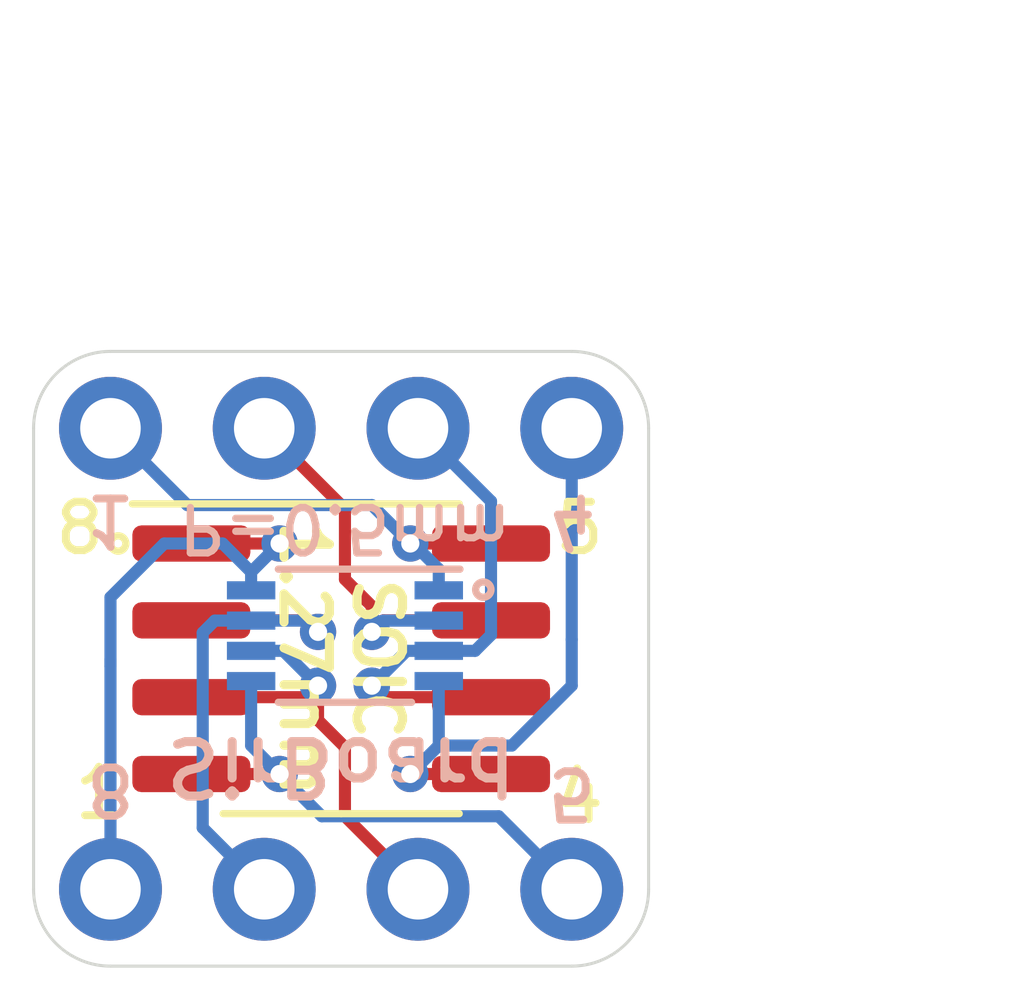
<source format=kicad_pcb>
(kicad_pcb (version 20171130) (host pcbnew "(5.1.2)-2")

  (general
    (thickness 1.6)
    (drawings 25)
    (tracks 71)
    (zones 0)
    (modules 4)
    (nets 9)
  )

  (page User 132.004 102.006)
  (title_block
    (title "SOIC8 To DIP8 Breakout Board")
    (date 2020-02-13)
    (rev 2)
    (company SirBoard)
    (comment 1 "SOIC8 P = 1.27mm")
    (comment 2 "VSSOP8 P = 0.5mm")
    (comment 3 "DIP8 P = 2.54mm")
  )

  (layers
    (0 F.Cu signal)
    (31 B.Cu signal)
    (32 B.Adhes user hide)
    (33 F.Adhes user hide)
    (34 B.Paste user hide)
    (35 F.Paste user hide)
    (36 B.SilkS user)
    (37 F.SilkS user)
    (38 B.Mask user hide)
    (39 F.Mask user hide)
    (40 Dwgs.User user)
    (41 Cmts.User user hide)
    (42 Eco1.User user hide)
    (43 Eco2.User user hide)
    (44 Edge.Cuts user)
    (45 Margin user hide)
    (46 B.CrtYd user hide)
    (47 F.CrtYd user hide)
    (48 B.Fab user hide)
    (49 F.Fab user hide)
  )

  (setup
    (last_trace_width 0.127)
    (user_trace_width 0.15)
    (user_trace_width 0.2)
    (user_trace_width 0.25)
    (user_trace_width 0.3)
    (trace_clearance 0.127)
    (zone_clearance 0.508)
    (zone_45_only no)
    (trace_min 0.127)
    (via_size 0.6)
    (via_drill 0.3)
    (via_min_size 0.4)
    (via_min_drill 0.3)
    (uvia_size 0.4)
    (uvia_drill 0.2)
    (uvias_allowed no)
    (uvia_min_size 0.2)
    (uvia_min_drill 0.1)
    (edge_width 0.05)
    (segment_width 0.2)
    (pcb_text_width 0.3)
    (pcb_text_size 1.5 1.5)
    (mod_edge_width 0.12)
    (mod_text_size 1 1)
    (mod_text_width 0.15)
    (pad_size 1.7 1.7)
    (pad_drill 1)
    (pad_to_mask_clearance 0)
    (solder_mask_min_width 0.1)
    (aux_axis_origin 0 0)
    (visible_elements 7FFFFFFF)
    (pcbplotparams
      (layerselection 0x010f0_ffffffff)
      (usegerberextensions false)
      (usegerberattributes false)
      (usegerberadvancedattributes false)
      (creategerberjobfile false)
      (excludeedgelayer true)
      (linewidth 0.100000)
      (plotframeref false)
      (viasonmask false)
      (mode 1)
      (useauxorigin true)
      (hpglpennumber 1)
      (hpglpenspeed 20)
      (hpglpendiameter 15.000000)
      (psnegative false)
      (psa4output false)
      (plotreference true)
      (plotvalue false)
      (plotinvisibletext false)
      (padsonsilk false)
      (subtractmaskfromsilk false)
      (outputformat 1)
      (mirror false)
      (drillshape 0)
      (scaleselection 1)
      (outputdirectory "../../../Gerbers/SOIC8/"))
  )

  (net 0 "")
  (net 1 "Net-(J1-Pad4)")
  (net 2 "Net-(J1-Pad3)")
  (net 3 "Net-(J1-Pad2)")
  (net 4 "Net-(J1-Pad1)")
  (net 5 "Net-(J2-Pad4)")
  (net 6 "Net-(J2-Pad3)")
  (net 7 "Net-(J2-Pad2)")
  (net 8 "Net-(J2-Pad1)")

  (net_class Default "This is the default net class."
    (clearance 0.127)
    (trace_width 0.127)
    (via_dia 0.6)
    (via_drill 0.3)
    (uvia_dia 0.4)
    (uvia_drill 0.2)
    (diff_pair_width 0.2)
    (diff_pair_gap 0.2)
    (add_net "Net-(J1-Pad1)")
    (add_net "Net-(J1-Pad2)")
    (add_net "Net-(J1-Pad3)")
    (add_net "Net-(J1-Pad4)")
    (add_net "Net-(J2-Pad1)")
    (add_net "Net-(J2-Pad2)")
    (add_net "Net-(J2-Pad3)")
    (add_net "Net-(J2-Pad4)")
  )

  (module Package_SO:VSSOP-8_2.3x2mm_P0.5mm (layer B.Cu) (tedit 5A02F25C) (tstamp 5E451D3D)
    (at 65.0875 32.639 180)
    (descr "VSSOP-8 2.3x2mm Pitch 0.5mm")
    (tags "VSSOP-8 2.3x2mm Pitch 0.5mm")
    (path /5E452362)
    (attr smd)
    (fp_text reference J4 (at 0 0.0635 180) (layer B.SilkS) hide
      (effects (font (size 1 1) (thickness 0.15)) (justify mirror))
    )
    (fp_text value VSSOP8 (at 0 -2.2 180) (layer B.Fab)
      (effects (font (size 1 1) (thickness 0.15)) (justify mirror))
    )
    (fp_text user %R (at 0 0 180) (layer B.Fab)
      (effects (font (size 0.5 0.5) (thickness 0.1)) (justify mirror))
    )
    (fp_line (start 1.15 1) (end 1.15 -1) (layer B.Fab) (width 0.1))
    (fp_line (start 1.15 -1) (end -1.15 -1) (layer B.Fab) (width 0.1))
    (fp_line (start -1.15 -1) (end -1.15 0.45) (layer B.Fab) (width 0.1))
    (fp_line (start -0.6 1) (end 1.15 1) (layer B.Fab) (width 0.1))
    (fp_line (start -0.6 1) (end -1.15 0.45) (layer B.Fab) (width 0.1))
    (fp_line (start 1.1 1.1) (end -1.9 1.1) (layer B.SilkS) (width 0.12))
    (fp_line (start 1.1 -1.1) (end -1.1 -1.1) (layer B.SilkS) (width 0.12))
    (fp_line (start 2.25 1.25) (end 2.25 -1.25) (layer B.CrtYd) (width 0.05))
    (fp_line (start 2.25 -1.25) (end -2.25 -1.25) (layer B.CrtYd) (width 0.05))
    (fp_line (start -2.25 -1.25) (end -2.25 1.25) (layer B.CrtYd) (width 0.05))
    (fp_line (start -2.25 1.25) (end 2.25 1.25) (layer B.CrtYd) (width 0.05))
    (pad 8 smd rect (at 1.55 0.75 270) (size 0.3 0.8) (layers B.Cu B.Paste B.Mask)
      (net 8 "Net-(J2-Pad1)"))
    (pad 7 smd rect (at 1.55 0.25 270) (size 0.3 0.8) (layers B.Cu B.Paste B.Mask)
      (net 7 "Net-(J2-Pad2)"))
    (pad 6 smd rect (at 1.55 -0.25 270) (size 0.3 0.8) (layers B.Cu B.Paste B.Mask)
      (net 6 "Net-(J2-Pad3)"))
    (pad 5 smd rect (at 1.55 -0.75 270) (size 0.3 0.8) (layers B.Cu B.Paste B.Mask)
      (net 5 "Net-(J2-Pad4)"))
    (pad 4 smd rect (at -1.55 -0.75 270) (size 0.3 0.8) (layers B.Cu B.Paste B.Mask)
      (net 1 "Net-(J1-Pad4)"))
    (pad 3 smd rect (at -1.55 -0.25 270) (size 0.3 0.8) (layers B.Cu B.Paste B.Mask)
      (net 2 "Net-(J1-Pad3)"))
    (pad 2 smd rect (at -1.55 0.25 270) (size 0.3 0.8) (layers B.Cu B.Paste B.Mask)
      (net 3 "Net-(J1-Pad2)"))
    (pad 1 smd rect (at -1.55 0.75 270) (size 0.3 0.8) (layers B.Cu B.Paste B.Mask)
      (net 4 "Net-(J1-Pad1)"))
    (model ${KISYS3DMOD}/Package_SO.3dshapes/VSSOP-8_2.3x2mm_P0.5mm.wrl
      (at (xyz 0 0 0))
      (scale (xyz 1 1 1))
      (rotate (xyz 0 0 0))
    )
  )

  (module Package_SO:SOIC-8_3.9x4.9mm_P1.27mm (layer F.Cu) (tedit 5C97300E) (tstamp 5E451D25)
    (at 65.0255 33.02)
    (descr "SOIC, 8 Pin (JEDEC MS-012AA, https://www.analog.com/media/en/package-pcb-resources/package/pkg_pdf/soic_narrow-r/r_8.pdf), generated with kicad-footprint-generator ipc_gullwing_generator.py")
    (tags "SOIC SO")
    (path /5E452B4C)
    (attr smd)
    (fp_text reference J3 (at 0 0) (layer F.SilkS) hide
      (effects (font (size 1 1) (thickness 0.15)))
    )
    (fp_text value SOIC8 (at 0 3.4) (layer F.Fab)
      (effects (font (size 1 1) (thickness 0.15)))
    )
    (fp_text user %R (at 0 0) (layer F.Fab)
      (effects (font (size 0.98 0.98) (thickness 0.15)))
    )
    (fp_line (start 3.7 -2.7) (end -3.7 -2.7) (layer F.CrtYd) (width 0.05))
    (fp_line (start 3.7 2.7) (end 3.7 -2.7) (layer F.CrtYd) (width 0.05))
    (fp_line (start -3.7 2.7) (end 3.7 2.7) (layer F.CrtYd) (width 0.05))
    (fp_line (start -3.7 -2.7) (end -3.7 2.7) (layer F.CrtYd) (width 0.05))
    (fp_line (start -1.95 -1.475) (end -0.975 -2.45) (layer F.Fab) (width 0.1))
    (fp_line (start -1.95 2.45) (end -1.95 -1.475) (layer F.Fab) (width 0.1))
    (fp_line (start 1.95 2.45) (end -1.95 2.45) (layer F.Fab) (width 0.1))
    (fp_line (start 1.95 -2.45) (end 1.95 2.45) (layer F.Fab) (width 0.1))
    (fp_line (start -0.975 -2.45) (end 1.95 -2.45) (layer F.Fab) (width 0.1))
    (fp_line (start 0 -2.56) (end -3.45 -2.56) (layer F.SilkS) (width 0.12))
    (fp_line (start 0 -2.56) (end 1.95 -2.56) (layer F.SilkS) (width 0.12))
    (fp_line (start 0 2.56) (end -1.95 2.56) (layer F.SilkS) (width 0.12))
    (fp_line (start 0 2.56) (end 1.95 2.56) (layer F.SilkS) (width 0.12))
    (pad 8 smd roundrect (at 2.475 -1.905) (size 1.95 0.6) (layers F.Cu F.Paste F.Mask) (roundrect_rratio 0.25)
      (net 4 "Net-(J1-Pad1)"))
    (pad 7 smd roundrect (at 2.475 -0.635) (size 1.95 0.6) (layers F.Cu F.Paste F.Mask) (roundrect_rratio 0.25)
      (net 3 "Net-(J1-Pad2)"))
    (pad 6 smd roundrect (at 2.475 0.635) (size 1.95 0.6) (layers F.Cu F.Paste F.Mask) (roundrect_rratio 0.25)
      (net 2 "Net-(J1-Pad3)"))
    (pad 5 smd roundrect (at 2.475 1.905) (size 1.95 0.6) (layers F.Cu F.Paste F.Mask) (roundrect_rratio 0.25)
      (net 1 "Net-(J1-Pad4)"))
    (pad 4 smd roundrect (at -2.475 1.905) (size 1.95 0.6) (layers F.Cu F.Paste F.Mask) (roundrect_rratio 0.25)
      (net 5 "Net-(J2-Pad4)"))
    (pad 3 smd roundrect (at -2.475 0.635) (size 1.95 0.6) (layers F.Cu F.Paste F.Mask) (roundrect_rratio 0.25)
      (net 6 "Net-(J2-Pad3)"))
    (pad 2 smd roundrect (at -2.475 -0.635) (size 1.95 0.6) (layers F.Cu F.Paste F.Mask) (roundrect_rratio 0.25)
      (net 7 "Net-(J2-Pad2)"))
    (pad 1 smd roundrect (at -2.475 -1.905) (size 1.95 0.6) (layers F.Cu F.Paste F.Mask) (roundrect_rratio 0.25)
      (net 8 "Net-(J2-Pad1)"))
    (model ${KISYS3DMOD}/Package_SO.3dshapes/SOIC-8_3.9x4.9mm_P1.27mm.wrl
      (at (xyz 0 0 0))
      (scale (xyz 1 1 1))
      (rotate (xyz 0 0 0))
    )
  )

  (module Connector_PinHeader_2.54mm:PinHeader_1x04_P2.54mm_Vertical (layer F.Cu) (tedit 5D1DBC61) (tstamp 5D1B843F)
    (at 61.214 29.21 90)
    (descr "Through hole straight pin header, 1x04, 2.54mm pitch, single row")
    (tags "Through hole pin header THT 1x04 2.54mm single row")
    (path /5D1B8353)
    (fp_text reference J1 (at 0 -2.33 270) (layer F.SilkS) hide
      (effects (font (size 1 1) (thickness 0.15)))
    )
    (fp_text value Conn_01x04 (at 0 9.95 270) (layer F.Fab)
      (effects (font (size 1 1) (thickness 0.15)))
    )
    (fp_text user %R (at 0 3.81 180) (layer F.Fab)
      (effects (font (size 1 1) (thickness 0.15)))
    )
    (fp_line (start 1.8 -1.8) (end -1.8 -1.8) (layer F.CrtYd) (width 0.05))
    (fp_line (start 1.8 9.4) (end 1.8 -1.8) (layer F.CrtYd) (width 0.05))
    (fp_line (start -1.8 9.4) (end 1.8 9.4) (layer F.CrtYd) (width 0.05))
    (fp_line (start -1.8 -1.8) (end -1.8 9.4) (layer F.CrtYd) (width 0.05))
    (fp_line (start -1.27 -0.635) (end -0.635 -1.27) (layer F.Fab) (width 0.1))
    (fp_line (start -1.27 8.89) (end -1.27 -0.635) (layer F.Fab) (width 0.1))
    (fp_line (start 1.27 8.89) (end -1.27 8.89) (layer F.Fab) (width 0.1))
    (fp_line (start 1.27 -1.27) (end 1.27 8.89) (layer F.Fab) (width 0.1))
    (fp_line (start -0.635 -1.27) (end 1.27 -1.27) (layer F.Fab) (width 0.1))
    (pad 4 thru_hole oval (at 0 7.62 90) (size 1.7 1.7) (drill 1) (layers *.Cu *.Mask)
      (net 1 "Net-(J1-Pad4)"))
    (pad 3 thru_hole oval (at 0 5.08 90) (size 1.7 1.7) (drill 1) (layers *.Cu *.Mask)
      (net 2 "Net-(J1-Pad3)"))
    (pad 2 thru_hole oval (at 0 2.54 90) (size 1.7 1.7) (drill 1) (layers *.Cu *.Mask)
      (net 3 "Net-(J1-Pad2)"))
    (pad 1 thru_hole circle (at 0 0 90) (size 1.7 1.7) (drill 1) (layers *.Cu *.Mask)
      (net 4 "Net-(J1-Pad1)"))
    (model ${KISYS3DMOD}/Connector_PinHeader_2.54mm.3dshapes/PinHeader_1x04_P2.54mm_Vertical.wrl
      (offset (xyz 0 0 -1.6))
      (scale (xyz 1 1 1))
      (rotate (xyz 0 180 0))
    )
  )

  (module Connector_PinHeader_2.54mm:PinHeader_1x04_P2.54mm_Vertical (layer F.Cu) (tedit 5D1DBD21) (tstamp 5D1B8457)
    (at 61.214 36.83 90)
    (descr "Through hole straight pin header, 1x04, 2.54mm pitch, single row")
    (tags "Through hole pin header THT 1x04 2.54mm single row")
    (path /5D1B8092)
    (fp_text reference J2 (at 0 -2.33 270) (layer F.SilkS) hide
      (effects (font (size 1 1) (thickness 0.15)))
    )
    (fp_text value Conn_01x04 (at 0 9.95 270) (layer F.Fab)
      (effects (font (size 1 1) (thickness 0.15)))
    )
    (fp_line (start -0.635 -1.27) (end 1.27 -1.27) (layer F.Fab) (width 0.1))
    (fp_line (start 1.27 -1.27) (end 1.27 8.89) (layer F.Fab) (width 0.1))
    (fp_line (start 1.27 8.89) (end -1.27 8.89) (layer F.Fab) (width 0.1))
    (fp_line (start -1.27 8.89) (end -1.27 -0.635) (layer F.Fab) (width 0.1))
    (fp_line (start -1.27 -0.635) (end -0.635 -1.27) (layer F.Fab) (width 0.1))
    (fp_line (start -1.8 -1.8) (end -1.8 9.4) (layer F.CrtYd) (width 0.05))
    (fp_line (start -1.8 9.4) (end 1.8 9.4) (layer F.CrtYd) (width 0.05))
    (fp_line (start 1.8 9.4) (end 1.8 -1.8) (layer F.CrtYd) (width 0.05))
    (fp_line (start 1.8 -1.8) (end -1.8 -1.8) (layer F.CrtYd) (width 0.05))
    (fp_text user %R (at 0 3.81 180) (layer F.Fab)
      (effects (font (size 1 1) (thickness 0.15)))
    )
    (pad 1 thru_hole circle (at 0 0 90) (size 1.7 1.7) (drill 1) (layers *.Cu *.Mask)
      (net 8 "Net-(J2-Pad1)"))
    (pad 2 thru_hole oval (at 0 2.54 90) (size 1.7 1.7) (drill 1) (layers *.Cu *.Mask)
      (net 7 "Net-(J2-Pad2)"))
    (pad 3 thru_hole oval (at 0 5.08 90) (size 1.7 1.7) (drill 1) (layers *.Cu *.Mask)
      (net 6 "Net-(J2-Pad3)"))
    (pad 4 thru_hole oval (at 0 7.62 90) (size 1.7 1.7) (drill 1) (layers *.Cu *.Mask)
      (net 5 "Net-(J2-Pad4)"))
    (model ${KISYS3DMOD}/Connector_PinHeader_2.54mm.3dshapes/PinHeader_1x04_P2.54mm_Vertical.wrl
      (offset (xyz 0 0 -1.6))
      (scale (xyz 1 1 1))
      (rotate (xyz 0 180 0))
    )
  )

  (gr_text SirBoard (at 65.024 34.798 180) (layer B.SilkS)
    (effects (font (size 0.9 0.9) (thickness 0.15)) (justify mirror))
  )
  (gr_circle (center 61.341 31.115) (end 61.341 30.988) (layer F.SilkS) (width 0.12))
  (gr_circle (center 67.3735 31.877) (end 67.3735 31.75) (layer B.SilkS) (width 0.12))
  (dimension 7.62 (width 0.15) (layer Dwgs.User)
    (gr_text "7.620 mm" (at 65.024 25.37) (layer Dwgs.User)
      (effects (font (size 1 1) (thickness 0.15)))
    )
    (feature1 (pts (xy 68.834 29.21) (xy 68.834 26.083579)))
    (feature2 (pts (xy 61.214 29.21) (xy 61.214 26.083579)))
    (crossbar (pts (xy 61.214 26.67) (xy 68.834 26.67)))
    (arrow1a (pts (xy 68.834 26.67) (xy 67.707496 27.256421)))
    (arrow1b (pts (xy 68.834 26.67) (xy 67.707496 26.083579)))
    (arrow2a (pts (xy 61.214 26.67) (xy 62.340504 27.256421)))
    (arrow2b (pts (xy 61.214 26.67) (xy 62.340504 26.083579)))
  )
  (dimension 10.16 (width 0.15) (layer Dwgs.User)
    (gr_text "10.160 mm" (at 65.024 22.83) (layer Dwgs.User)
      (effects (font (size 1 1) (thickness 0.15)))
    )
    (feature1 (pts (xy 70.104 29.21) (xy 70.104 23.543579)))
    (feature2 (pts (xy 59.944 29.21) (xy 59.944 23.543579)))
    (crossbar (pts (xy 59.944 24.13) (xy 70.104 24.13)))
    (arrow1a (pts (xy 70.104 24.13) (xy 68.977496 24.716421)))
    (arrow1b (pts (xy 70.104 24.13) (xy 68.977496 23.543579)))
    (arrow2a (pts (xy 59.944 24.13) (xy 61.070504 24.716421)))
    (arrow2b (pts (xy 59.944 24.13) (xy 61.070504 23.543579)))
  )
  (dimension 7.62 (width 0.15) (layer Dwgs.User)
    (gr_text "7.620 mm" (at 72.42 33.02 270) (layer Dwgs.User)
      (effects (font (size 1 1) (thickness 0.15)))
    )
    (feature1 (pts (xy 68.834 36.83) (xy 71.706421 36.83)))
    (feature2 (pts (xy 68.834 29.21) (xy 71.706421 29.21)))
    (crossbar (pts (xy 71.12 29.21) (xy 71.12 36.83)))
    (arrow1a (pts (xy 71.12 36.83) (xy 70.533579 35.703496)))
    (arrow1b (pts (xy 71.12 36.83) (xy 71.706421 35.703496)))
    (arrow2a (pts (xy 71.12 29.21) (xy 70.533579 30.336504)))
    (arrow2b (pts (xy 71.12 29.21) (xy 71.706421 30.336504)))
  )
  (dimension 10.16 (width 0.15) (layer Dwgs.User)
    (gr_text "10.160 mm" (at 74.96 33.02 270) (layer Dwgs.User)
      (effects (font (size 1 1) (thickness 0.15)))
    )
    (feature1 (pts (xy 68.834 38.1) (xy 74.246421 38.1)))
    (feature2 (pts (xy 68.834 27.94) (xy 74.246421 27.94)))
    (crossbar (pts (xy 73.66 27.94) (xy 73.66 38.1)))
    (arrow1a (pts (xy 73.66 38.1) (xy 73.073579 36.973496)))
    (arrow1b (pts (xy 73.66 38.1) (xy 74.246421 36.973496)))
    (arrow2a (pts (xy 73.66 27.94) (xy 73.073579 29.066504)))
    (arrow2b (pts (xy 73.66 27.94) (xy 74.246421 29.066504)))
  )
  (gr_line (start 61.214 38.1) (end 68.834 38.1) (layer Edge.Cuts) (width 0.05) (tstamp 5E4513BF))
  (gr_line (start 59.944 29.21) (end 59.944 36.83) (layer Edge.Cuts) (width 0.05) (tstamp 5E4513BE))
  (gr_line (start 68.834 27.94) (end 61.214 27.94) (layer Edge.Cuts) (width 0.05) (tstamp 5E4513BD))
  (gr_line (start 70.104 36.83) (end 70.104 29.21) (layer Edge.Cuts) (width 0.05) (tstamp 5E4513BC))
  (gr_arc (start 68.834 36.83) (end 68.834 38.1) (angle -90) (layer Edge.Cuts) (width 0.05))
  (gr_arc (start 61.214 36.83) (end 59.944 36.83) (angle -90) (layer Edge.Cuts) (width 0.05))
  (gr_arc (start 68.834 29.21) (end 70.104 29.21) (angle -90) (layer Edge.Cuts) (width 0.05))
  (gr_arc (start 61.214 29.21) (end 61.214 27.94) (angle -90) (layer Edge.Cuts) (width 0.05))
  (gr_text 5 (at 68.834 35.2425 180) (layer B.SilkS) (tstamp 5D4AA28E)
    (effects (font (size 0.8 0.8) (thickness 0.13)) (justify mirror))
  )
  (gr_text 8 (at 61.214 35.179 180) (layer B.SilkS) (tstamp 5D4AA28D)
    (effects (font (size 0.8 0.8) (thickness 0.13)) (justify mirror))
  )
  (gr_text 1 (at 61.214 30.734 180) (layer B.SilkS) (tstamp 5D4AA28C)
    (effects (font (size 0.8 0.8) (thickness 0.13)) (justify mirror))
  )
  (gr_text 4 (at 68.834 30.734 180) (layer B.SilkS) (tstamp 5D4AA28B)
    (effects (font (size 0.8 0.8) (thickness 0.13)) (justify mirror))
  )
  (gr_text 8 (at 60.706 30.861) (layer F.SilkS) (tstamp 5D4AA182)
    (effects (font (size 0.8 0.8) (thickness 0.13)))
  )
  (gr_text 5 (at 68.961 30.861) (layer F.SilkS) (tstamp 5D4AA16C)
    (effects (font (size 0.8 0.8) (thickness 0.13)))
  )
  (gr_text 4 (at 68.961 35.306) (layer F.SilkS) (tstamp 5D4AA169)
    (effects (font (size 0.8 0.8) (thickness 0.13)))
  )
  (gr_text 1 (at 61.0235 35.2425) (layer F.SilkS)
    (effects (font (size 0.8 0.8) (thickness 0.13)))
  )
  (gr_text P=0.5mm (at 65.0875 30.861 180) (layer B.SilkS)
    (effects (font (size 0.75 0.75) (thickness 0.12)) (justify mirror))
  )
  (gr_text "SOIC\n1.27mm\n" (at 65.024 33.02 270) (layer F.SilkS)
    (effects (font (size 0.75 0.75) (thickness 0.15)))
  )

  (via (at 66.167 34.925) (size 0.6) (drill 0.3) (layers F.Cu B.Cu) (net 1))
  (segment (start 67.499 34.925) (end 66.167 34.925) (width 0.2) (layer F.Cu) (net 1))
  (segment (start 66.6115 34.4805) (end 66.167 34.925) (width 0.2) (layer B.Cu) (net 1))
  (segment (start 68.834 32.7025) (end 68.834 29.21) (width 0.2) (layer B.Cu) (net 1))
  (segment (start 66.6375 34.4545) (end 66.6115 34.4805) (width 0.2) (layer B.Cu) (net 1))
  (segment (start 66.6375 33.389) (end 66.6375 34.4545) (width 0.2) (layer B.Cu) (net 1))
  (segment (start 66.6375 34.4545) (end 67.844 34.4545) (width 0.2) (layer B.Cu) (net 1))
  (segment (start 68.834 33.4645) (end 68.834 32.7025) (width 0.2) (layer B.Cu) (net 1))
  (segment (start 67.844 34.4545) (end 68.834 33.4645) (width 0.2) (layer B.Cu) (net 1))
  (via (at 65.532 33.4645) (size 0.6) (drill 0.3) (layers F.Cu B.Cu) (net 2))
  (segment (start 67.499 33.655) (end 65.7225 33.655) (width 0.2) (layer F.Cu) (net 2))
  (segment (start 65.7225 33.655) (end 65.532 33.4645) (width 0.2) (layer F.Cu) (net 2))
  (segment (start 67.5005 30.4165) (end 66.294 29.21) (width 0.2) (layer B.Cu) (net 2))
  (segment (start 66.1075 32.889) (end 65.532 33.4645) (width 0.2) (layer B.Cu) (net 2))
  (segment (start 66.6375 32.889) (end 66.1075 32.889) (width 0.2) (layer B.Cu) (net 2))
  (segment (start 67.5005 32.626) (end 67.5005 32.512) (width 0.2) (layer B.Cu) (net 2))
  (segment (start 67.2375 32.889) (end 67.5005 32.626) (width 0.2) (layer B.Cu) (net 2))
  (segment (start 66.6375 32.889) (end 67.2375 32.889) (width 0.2) (layer B.Cu) (net 2))
  (segment (start 67.5005 32.512) (end 67.5005 30.4165) (width 0.2) (layer B.Cu) (net 2))
  (via (at 65.532 32.5755) (size 0.6) (drill 0.3) (layers F.Cu B.Cu) (net 3))
  (segment (start 67.499 32.385) (end 65.7225 32.385) (width 0.2) (layer F.Cu) (net 3))
  (segment (start 65.7225 32.385) (end 65.532 32.5755) (width 0.2) (layer F.Cu) (net 3))
  (segment (start 65.532 32.151236) (end 65.0875 31.706736) (width 0.2) (layer F.Cu) (net 3))
  (segment (start 65.532 32.5755) (end 65.532 32.151236) (width 0.2) (layer F.Cu) (net 3))
  (segment (start 65.0875 30.5435) (end 63.754 29.21) (width 0.2) (layer F.Cu) (net 3))
  (segment (start 65.0875 31.706736) (end 65.0875 30.5435) (width 0.2) (layer F.Cu) (net 3))
  (segment (start 65.7185 32.389) (end 65.532 32.5755) (width 0.2) (layer B.Cu) (net 3))
  (segment (start 66.6375 32.389) (end 65.7185 32.389) (width 0.2) (layer B.Cu) (net 3))
  (via (at 66.167 31.115) (size 0.6) (drill 0.3) (layers F.Cu B.Cu) (net 4))
  (segment (start 67.499 31.115) (end 66.167 31.115) (width 0.2) (layer F.Cu) (net 4))
  (segment (start 61.214 29.21) (end 62.484 30.48) (width 0.2) (layer B.Cu) (net 4))
  (segment (start 65.532 30.48) (end 66.167 31.115) (width 0.2) (layer B.Cu) (net 4))
  (segment (start 62.484 30.48) (end 65.532 30.48) (width 0.2) (layer B.Cu) (net 4))
  (segment (start 66.6375 31.539) (end 66.6375 31.889) (width 0.2) (layer B.Cu) (net 4))
  (segment (start 66.167 31.115) (end 66.2135 31.115) (width 0.2) (layer B.Cu) (net 4))
  (segment (start 66.2135 31.115) (end 66.6375 31.539) (width 0.2) (layer B.Cu) (net 4))
  (via (at 64.008002 34.925) (size 0.6) (drill 0.3) (layers F.Cu B.Cu) (net 5))
  (segment (start 62.549 34.925) (end 64.008002 34.925) (width 0.2) (layer F.Cu) (net 5))
  (segment (start 64.008002 34.925) (end 64.706502 35.6235) (width 0.2) (layer B.Cu) (net 5))
  (segment (start 67.6275 35.6235) (end 68.834 36.83) (width 0.2) (layer B.Cu) (net 5))
  (segment (start 64.706502 35.6235) (end 67.6275 35.6235) (width 0.2) (layer B.Cu) (net 5))
  (segment (start 63.5375 34.454498) (end 64.008002 34.925) (width 0.2) (layer B.Cu) (net 5))
  (segment (start 63.5375 33.389) (end 63.5375 34.454498) (width 0.2) (layer B.Cu) (net 5))
  (via (at 64.643 33.4645) (size 0.6) (drill 0.3) (layers F.Cu B.Cu) (net 6))
  (segment (start 62.549 33.655) (end 64.4525 33.655) (width 0.2) (layer F.Cu) (net 6))
  (segment (start 64.4525 33.655) (end 64.643 33.4645) (width 0.2) (layer F.Cu) (net 6))
  (segment (start 64.643 33.4645) (end 64.643 34.036) (width 0.2) (layer F.Cu) (net 6))
  (segment (start 64.643 34.036) (end 65.0875 34.4805) (width 0.2) (layer F.Cu) (net 6))
  (segment (start 65.0875 35.6235) (end 66.294 36.83) (width 0.2) (layer F.Cu) (net 6))
  (segment (start 65.0875 34.4805) (end 65.0875 35.6235) (width 0.2) (layer F.Cu) (net 6))
  (segment (start 64.0675 32.889) (end 64.643 33.4645) (width 0.2) (layer B.Cu) (net 6))
  (segment (start 63.5375 32.889) (end 64.0675 32.889) (width 0.2) (layer B.Cu) (net 6))
  (via (at 64.643 32.5755) (size 0.6) (drill 0.3) (layers F.Cu B.Cu) (net 7))
  (segment (start 62.549 32.385) (end 64.4525 32.385) (width 0.2) (layer F.Cu) (net 7))
  (segment (start 64.4525 32.385) (end 64.643 32.5755) (width 0.2) (layer F.Cu) (net 7))
  (segment (start 62.738 35.814) (end 63.754 36.83) (width 0.2) (layer B.Cu) (net 7))
  (segment (start 62.738 32.5885) (end 62.738 35.814) (width 0.2) (layer B.Cu) (net 7))
  (segment (start 62.9375 32.389) (end 62.738 32.5885) (width 0.2) (layer B.Cu) (net 7))
  (segment (start 63.5375 32.389) (end 62.9375 32.389) (width 0.2) (layer B.Cu) (net 7))
  (segment (start 64.4565 32.389) (end 64.643 32.5755) (width 0.2) (layer B.Cu) (net 7))
  (segment (start 63.5375 32.389) (end 64.4565 32.389) (width 0.2) (layer B.Cu) (net 7))
  (via (at 64.008004 31.115) (size 0.6) (drill 0.3) (layers F.Cu B.Cu) (net 8))
  (segment (start 62.549 31.115) (end 64.008004 31.115) (width 0.2) (layer F.Cu) (net 8))
  (segment (start 63.5375 31.585504) (end 64.008004 31.115) (width 0.2) (layer B.Cu) (net 8))
  (segment (start 63.5375 31.889) (end 63.5375 31.585504) (width 0.2) (layer B.Cu) (net 8))
  (segment (start 61.214 33.02) (end 61.214 33.147) (width 0.2) (layer B.Cu) (net 8))
  (segment (start 61.214 33.147) (end 61.214 36.83) (width 0.2) (layer B.Cu) (net 8))
  (segment (start 61.214 32.004) (end 61.214 33.147) (width 0.2) (layer B.Cu) (net 8))
  (segment (start 62.103 31.115) (end 61.214 32.004) (width 0.2) (layer B.Cu) (net 8))
  (segment (start 63.5375 31.585504) (end 63.066996 31.115) (width 0.2) (layer B.Cu) (net 8))
  (segment (start 63.066996 31.115) (end 62.103 31.115) (width 0.2) (layer B.Cu) (net 8))

)

</source>
